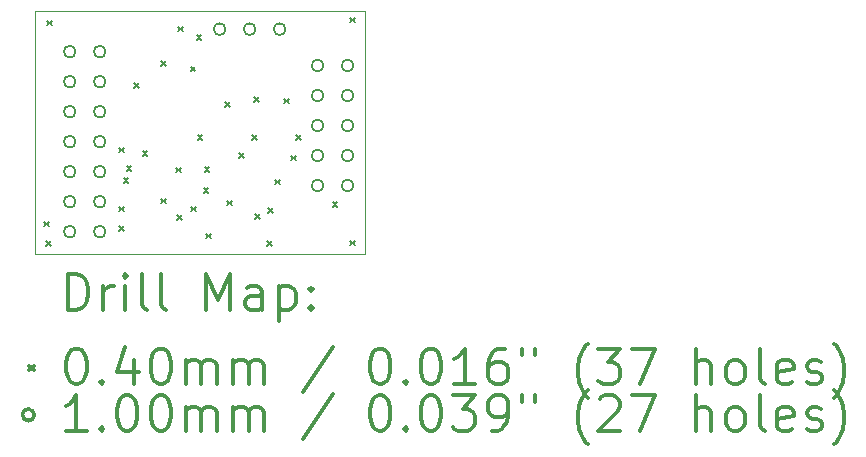
<source format=gbr>
%FSLAX45Y45*%
G04 Gerber Fmt 4.5, Leading zero omitted, Abs format (unit mm)*
G04 Created by KiCad (PCBNEW (5.1.6-0)) date 2022-11-03 10:15:43*
%MOMM*%
%LPD*%
G01*
G04 APERTURE LIST*
%TA.AperFunction,Profile*%
%ADD10C,0.100000*%
%TD*%
%ADD11C,0.200000*%
%ADD12C,0.300000*%
G04 APERTURE END LIST*
D10*
X14605000Y-9296400D02*
X14605000Y-11353800D01*
X11811000Y-9296400D02*
X14605000Y-9296400D01*
X11811000Y-11353800D02*
X11811000Y-9296400D01*
X14605000Y-11353800D02*
X11811000Y-11353800D01*
D11*
X11892600Y-11079800D02*
X11932600Y-11119800D01*
X11932600Y-11079800D02*
X11892600Y-11119800D01*
X11907840Y-11242360D02*
X11947840Y-11282360D01*
X11947840Y-11242360D02*
X11907840Y-11282360D01*
X11918000Y-9378000D02*
X11958000Y-9418000D01*
X11958000Y-9378000D02*
X11918000Y-9418000D01*
X12524320Y-10451680D02*
X12564320Y-10491680D01*
X12564320Y-10451680D02*
X12524320Y-10491680D01*
X12527600Y-10952800D02*
X12567600Y-10992800D01*
X12567600Y-10952800D02*
X12527600Y-10992800D01*
X12527600Y-11120440D02*
X12567600Y-11160440D01*
X12567600Y-11120440D02*
X12527600Y-11160440D01*
X12563160Y-10711500D02*
X12603160Y-10751500D01*
X12603160Y-10711500D02*
X12563160Y-10751500D01*
X12588560Y-10607360D02*
X12628560Y-10647360D01*
X12628560Y-10607360D02*
X12588560Y-10647360D01*
X12654600Y-9903780D02*
X12694600Y-9943780D01*
X12694600Y-9903780D02*
X12654600Y-9943780D01*
X12724825Y-10480003D02*
X12764825Y-10520003D01*
X12764825Y-10480003D02*
X12724825Y-10520003D01*
X12880000Y-9722500D02*
X12920000Y-9762500D01*
X12920000Y-9722500D02*
X12880000Y-9762500D01*
X12882000Y-10884681D02*
X12922000Y-10924681D01*
X12922000Y-10884681D02*
X12882000Y-10924681D01*
X13007660Y-10622600D02*
X13047660Y-10662600D01*
X13047660Y-10622600D02*
X13007660Y-10662600D01*
X13015000Y-11023640D02*
X13055000Y-11063640D01*
X13055000Y-11023640D02*
X13015000Y-11063640D01*
X13027406Y-9427594D02*
X13067406Y-9467594D01*
X13067406Y-9427594D02*
X13027406Y-9467594D01*
X13129580Y-9766620D02*
X13169580Y-9806620D01*
X13169580Y-9766620D02*
X13129580Y-9806620D01*
X13137200Y-10952800D02*
X13177200Y-10992800D01*
X13177200Y-10952800D02*
X13137200Y-10992800D01*
X13180000Y-9502500D02*
X13220000Y-9542500D01*
X13220000Y-9502500D02*
X13180000Y-9542500D01*
X13190540Y-10348280D02*
X13230540Y-10388280D01*
X13230540Y-10348280D02*
X13190540Y-10388280D01*
X13240000Y-10795000D02*
X13280000Y-10835000D01*
X13280000Y-10795000D02*
X13240000Y-10835000D01*
X13248960Y-10620060D02*
X13288960Y-10660060D01*
X13288960Y-10620060D02*
X13248960Y-10660060D01*
X13258979Y-11179995D02*
X13298979Y-11219995D01*
X13298979Y-11179995D02*
X13258979Y-11219995D01*
X13424220Y-10066340D02*
X13464220Y-10106340D01*
X13464220Y-10066340D02*
X13424220Y-10106340D01*
X13442000Y-10902000D02*
X13482000Y-10942000D01*
X13482000Y-10902000D02*
X13442000Y-10942000D01*
X13540000Y-10500000D02*
X13580000Y-10540000D01*
X13580000Y-10500000D02*
X13540000Y-10540000D01*
X13650280Y-10348280D02*
X13690280Y-10388280D01*
X13690280Y-10348280D02*
X13650280Y-10388280D01*
X13670000Y-10025000D02*
X13710000Y-10065000D01*
X13710000Y-10025000D02*
X13670000Y-10065000D01*
X13676950Y-11016300D02*
X13716950Y-11056300D01*
X13716950Y-11016300D02*
X13676950Y-11056300D01*
X13777280Y-11244900D02*
X13817280Y-11284900D01*
X13817280Y-11244900D02*
X13777280Y-11284900D01*
X13787440Y-10962960D02*
X13827440Y-11002960D01*
X13827440Y-10962960D02*
X13787440Y-11002960D01*
X13848400Y-10724200D02*
X13888400Y-10764200D01*
X13888400Y-10724200D02*
X13848400Y-10764200D01*
X13919520Y-10038400D02*
X13959520Y-10078400D01*
X13959520Y-10038400D02*
X13919520Y-10078400D01*
X13980000Y-10520000D02*
X14020000Y-10560000D01*
X14020000Y-10520000D02*
X13980000Y-10560000D01*
X14025000Y-10350000D02*
X14065000Y-10390000D01*
X14065000Y-10350000D02*
X14025000Y-10390000D01*
X14333540Y-10912160D02*
X14373540Y-10952160D01*
X14373540Y-10912160D02*
X14333540Y-10952160D01*
X14478320Y-11239820D02*
X14518320Y-11279820D01*
X14518320Y-11239820D02*
X14478320Y-11279820D01*
X14483400Y-9352600D02*
X14523400Y-9392600D01*
X14523400Y-9352600D02*
X14483400Y-9392600D01*
X13426000Y-9450000D02*
G75*
G03*
X13426000Y-9450000I-50000J0D01*
G01*
X13680000Y-9450000D02*
G75*
G03*
X13680000Y-9450000I-50000J0D01*
G01*
X13934000Y-9450000D02*
G75*
G03*
X13934000Y-9450000I-50000J0D01*
G01*
X14255000Y-9758000D02*
G75*
G03*
X14255000Y-9758000I-50000J0D01*
G01*
X14255000Y-10012000D02*
G75*
G03*
X14255000Y-10012000I-50000J0D01*
G01*
X14255000Y-10266000D02*
G75*
G03*
X14255000Y-10266000I-50000J0D01*
G01*
X14255000Y-10520000D02*
G75*
G03*
X14255000Y-10520000I-50000J0D01*
G01*
X14255000Y-10774000D02*
G75*
G03*
X14255000Y-10774000I-50000J0D01*
G01*
X14509000Y-9758000D02*
G75*
G03*
X14509000Y-9758000I-50000J0D01*
G01*
X14509000Y-10012000D02*
G75*
G03*
X14509000Y-10012000I-50000J0D01*
G01*
X14509000Y-10266000D02*
G75*
G03*
X14509000Y-10266000I-50000J0D01*
G01*
X14509000Y-10520000D02*
G75*
G03*
X14509000Y-10520000I-50000J0D01*
G01*
X14509000Y-10774000D02*
G75*
G03*
X14509000Y-10774000I-50000J0D01*
G01*
X12156000Y-9640000D02*
G75*
G03*
X12156000Y-9640000I-50000J0D01*
G01*
X12156000Y-9894000D02*
G75*
G03*
X12156000Y-9894000I-50000J0D01*
G01*
X12156000Y-10148000D02*
G75*
G03*
X12156000Y-10148000I-50000J0D01*
G01*
X12156000Y-10402000D02*
G75*
G03*
X12156000Y-10402000I-50000J0D01*
G01*
X12156000Y-10656000D02*
G75*
G03*
X12156000Y-10656000I-50000J0D01*
G01*
X12156000Y-10910000D02*
G75*
G03*
X12156000Y-10910000I-50000J0D01*
G01*
X12156000Y-11164000D02*
G75*
G03*
X12156000Y-11164000I-50000J0D01*
G01*
X12410000Y-9640000D02*
G75*
G03*
X12410000Y-9640000I-50000J0D01*
G01*
X12410000Y-9894000D02*
G75*
G03*
X12410000Y-9894000I-50000J0D01*
G01*
X12410000Y-10148000D02*
G75*
G03*
X12410000Y-10148000I-50000J0D01*
G01*
X12410000Y-10402000D02*
G75*
G03*
X12410000Y-10402000I-50000J0D01*
G01*
X12410000Y-10656000D02*
G75*
G03*
X12410000Y-10656000I-50000J0D01*
G01*
X12410000Y-10910000D02*
G75*
G03*
X12410000Y-10910000I-50000J0D01*
G01*
X12410000Y-11164000D02*
G75*
G03*
X12410000Y-11164000I-50000J0D01*
G01*
D12*
X12092428Y-11824514D02*
X12092428Y-11524514D01*
X12163857Y-11524514D01*
X12206714Y-11538800D01*
X12235286Y-11567371D01*
X12249571Y-11595943D01*
X12263857Y-11653086D01*
X12263857Y-11695943D01*
X12249571Y-11753086D01*
X12235286Y-11781657D01*
X12206714Y-11810229D01*
X12163857Y-11824514D01*
X12092428Y-11824514D01*
X12392428Y-11824514D02*
X12392428Y-11624514D01*
X12392428Y-11681657D02*
X12406714Y-11653086D01*
X12421000Y-11638800D01*
X12449571Y-11624514D01*
X12478143Y-11624514D01*
X12578143Y-11824514D02*
X12578143Y-11624514D01*
X12578143Y-11524514D02*
X12563857Y-11538800D01*
X12578143Y-11553086D01*
X12592428Y-11538800D01*
X12578143Y-11524514D01*
X12578143Y-11553086D01*
X12763857Y-11824514D02*
X12735286Y-11810229D01*
X12721000Y-11781657D01*
X12721000Y-11524514D01*
X12921000Y-11824514D02*
X12892428Y-11810229D01*
X12878143Y-11781657D01*
X12878143Y-11524514D01*
X13263857Y-11824514D02*
X13263857Y-11524514D01*
X13363857Y-11738800D01*
X13463857Y-11524514D01*
X13463857Y-11824514D01*
X13735286Y-11824514D02*
X13735286Y-11667371D01*
X13721000Y-11638800D01*
X13692428Y-11624514D01*
X13635286Y-11624514D01*
X13606714Y-11638800D01*
X13735286Y-11810229D02*
X13706714Y-11824514D01*
X13635286Y-11824514D01*
X13606714Y-11810229D01*
X13592428Y-11781657D01*
X13592428Y-11753086D01*
X13606714Y-11724514D01*
X13635286Y-11710229D01*
X13706714Y-11710229D01*
X13735286Y-11695943D01*
X13878143Y-11624514D02*
X13878143Y-11924514D01*
X13878143Y-11638800D02*
X13906714Y-11624514D01*
X13963857Y-11624514D01*
X13992428Y-11638800D01*
X14006714Y-11653086D01*
X14021000Y-11681657D01*
X14021000Y-11767371D01*
X14006714Y-11795943D01*
X13992428Y-11810229D01*
X13963857Y-11824514D01*
X13906714Y-11824514D01*
X13878143Y-11810229D01*
X14149571Y-11795943D02*
X14163857Y-11810229D01*
X14149571Y-11824514D01*
X14135286Y-11810229D01*
X14149571Y-11795943D01*
X14149571Y-11824514D01*
X14149571Y-11638800D02*
X14163857Y-11653086D01*
X14149571Y-11667371D01*
X14135286Y-11653086D01*
X14149571Y-11638800D01*
X14149571Y-11667371D01*
X11766000Y-12298800D02*
X11806000Y-12338800D01*
X11806000Y-12298800D02*
X11766000Y-12338800D01*
X12149571Y-12154514D02*
X12178143Y-12154514D01*
X12206714Y-12168800D01*
X12221000Y-12183086D01*
X12235286Y-12211657D01*
X12249571Y-12268800D01*
X12249571Y-12340229D01*
X12235286Y-12397371D01*
X12221000Y-12425943D01*
X12206714Y-12440229D01*
X12178143Y-12454514D01*
X12149571Y-12454514D01*
X12121000Y-12440229D01*
X12106714Y-12425943D01*
X12092428Y-12397371D01*
X12078143Y-12340229D01*
X12078143Y-12268800D01*
X12092428Y-12211657D01*
X12106714Y-12183086D01*
X12121000Y-12168800D01*
X12149571Y-12154514D01*
X12378143Y-12425943D02*
X12392428Y-12440229D01*
X12378143Y-12454514D01*
X12363857Y-12440229D01*
X12378143Y-12425943D01*
X12378143Y-12454514D01*
X12649571Y-12254514D02*
X12649571Y-12454514D01*
X12578143Y-12140229D02*
X12506714Y-12354514D01*
X12692428Y-12354514D01*
X12863857Y-12154514D02*
X12892428Y-12154514D01*
X12921000Y-12168800D01*
X12935286Y-12183086D01*
X12949571Y-12211657D01*
X12963857Y-12268800D01*
X12963857Y-12340229D01*
X12949571Y-12397371D01*
X12935286Y-12425943D01*
X12921000Y-12440229D01*
X12892428Y-12454514D01*
X12863857Y-12454514D01*
X12835286Y-12440229D01*
X12821000Y-12425943D01*
X12806714Y-12397371D01*
X12792428Y-12340229D01*
X12792428Y-12268800D01*
X12806714Y-12211657D01*
X12821000Y-12183086D01*
X12835286Y-12168800D01*
X12863857Y-12154514D01*
X13092428Y-12454514D02*
X13092428Y-12254514D01*
X13092428Y-12283086D02*
X13106714Y-12268800D01*
X13135286Y-12254514D01*
X13178143Y-12254514D01*
X13206714Y-12268800D01*
X13221000Y-12297371D01*
X13221000Y-12454514D01*
X13221000Y-12297371D02*
X13235286Y-12268800D01*
X13263857Y-12254514D01*
X13306714Y-12254514D01*
X13335286Y-12268800D01*
X13349571Y-12297371D01*
X13349571Y-12454514D01*
X13492428Y-12454514D02*
X13492428Y-12254514D01*
X13492428Y-12283086D02*
X13506714Y-12268800D01*
X13535286Y-12254514D01*
X13578143Y-12254514D01*
X13606714Y-12268800D01*
X13621000Y-12297371D01*
X13621000Y-12454514D01*
X13621000Y-12297371D02*
X13635286Y-12268800D01*
X13663857Y-12254514D01*
X13706714Y-12254514D01*
X13735286Y-12268800D01*
X13749571Y-12297371D01*
X13749571Y-12454514D01*
X14335286Y-12140229D02*
X14078143Y-12525943D01*
X14721000Y-12154514D02*
X14749571Y-12154514D01*
X14778143Y-12168800D01*
X14792428Y-12183086D01*
X14806714Y-12211657D01*
X14821000Y-12268800D01*
X14821000Y-12340229D01*
X14806714Y-12397371D01*
X14792428Y-12425943D01*
X14778143Y-12440229D01*
X14749571Y-12454514D01*
X14721000Y-12454514D01*
X14692428Y-12440229D01*
X14678143Y-12425943D01*
X14663857Y-12397371D01*
X14649571Y-12340229D01*
X14649571Y-12268800D01*
X14663857Y-12211657D01*
X14678143Y-12183086D01*
X14692428Y-12168800D01*
X14721000Y-12154514D01*
X14949571Y-12425943D02*
X14963857Y-12440229D01*
X14949571Y-12454514D01*
X14935286Y-12440229D01*
X14949571Y-12425943D01*
X14949571Y-12454514D01*
X15149571Y-12154514D02*
X15178143Y-12154514D01*
X15206714Y-12168800D01*
X15221000Y-12183086D01*
X15235286Y-12211657D01*
X15249571Y-12268800D01*
X15249571Y-12340229D01*
X15235286Y-12397371D01*
X15221000Y-12425943D01*
X15206714Y-12440229D01*
X15178143Y-12454514D01*
X15149571Y-12454514D01*
X15121000Y-12440229D01*
X15106714Y-12425943D01*
X15092428Y-12397371D01*
X15078143Y-12340229D01*
X15078143Y-12268800D01*
X15092428Y-12211657D01*
X15106714Y-12183086D01*
X15121000Y-12168800D01*
X15149571Y-12154514D01*
X15535286Y-12454514D02*
X15363857Y-12454514D01*
X15449571Y-12454514D02*
X15449571Y-12154514D01*
X15421000Y-12197371D01*
X15392428Y-12225943D01*
X15363857Y-12240229D01*
X15792428Y-12154514D02*
X15735286Y-12154514D01*
X15706714Y-12168800D01*
X15692428Y-12183086D01*
X15663857Y-12225943D01*
X15649571Y-12283086D01*
X15649571Y-12397371D01*
X15663857Y-12425943D01*
X15678143Y-12440229D01*
X15706714Y-12454514D01*
X15763857Y-12454514D01*
X15792428Y-12440229D01*
X15806714Y-12425943D01*
X15821000Y-12397371D01*
X15821000Y-12325943D01*
X15806714Y-12297371D01*
X15792428Y-12283086D01*
X15763857Y-12268800D01*
X15706714Y-12268800D01*
X15678143Y-12283086D01*
X15663857Y-12297371D01*
X15649571Y-12325943D01*
X15935286Y-12154514D02*
X15935286Y-12211657D01*
X16049571Y-12154514D02*
X16049571Y-12211657D01*
X16492428Y-12568800D02*
X16478143Y-12554514D01*
X16449571Y-12511657D01*
X16435286Y-12483086D01*
X16421000Y-12440229D01*
X16406714Y-12368800D01*
X16406714Y-12311657D01*
X16421000Y-12240229D01*
X16435286Y-12197371D01*
X16449571Y-12168800D01*
X16478143Y-12125943D01*
X16492428Y-12111657D01*
X16578143Y-12154514D02*
X16763857Y-12154514D01*
X16663857Y-12268800D01*
X16706714Y-12268800D01*
X16735286Y-12283086D01*
X16749571Y-12297371D01*
X16763857Y-12325943D01*
X16763857Y-12397371D01*
X16749571Y-12425943D01*
X16735286Y-12440229D01*
X16706714Y-12454514D01*
X16621000Y-12454514D01*
X16592428Y-12440229D01*
X16578143Y-12425943D01*
X16863857Y-12154514D02*
X17063857Y-12154514D01*
X16935286Y-12454514D01*
X17406714Y-12454514D02*
X17406714Y-12154514D01*
X17535286Y-12454514D02*
X17535286Y-12297371D01*
X17521000Y-12268800D01*
X17492428Y-12254514D01*
X17449571Y-12254514D01*
X17421000Y-12268800D01*
X17406714Y-12283086D01*
X17721000Y-12454514D02*
X17692428Y-12440229D01*
X17678143Y-12425943D01*
X17663857Y-12397371D01*
X17663857Y-12311657D01*
X17678143Y-12283086D01*
X17692428Y-12268800D01*
X17721000Y-12254514D01*
X17763857Y-12254514D01*
X17792428Y-12268800D01*
X17806714Y-12283086D01*
X17821000Y-12311657D01*
X17821000Y-12397371D01*
X17806714Y-12425943D01*
X17792428Y-12440229D01*
X17763857Y-12454514D01*
X17721000Y-12454514D01*
X17992428Y-12454514D02*
X17963857Y-12440229D01*
X17949571Y-12411657D01*
X17949571Y-12154514D01*
X18221000Y-12440229D02*
X18192428Y-12454514D01*
X18135286Y-12454514D01*
X18106714Y-12440229D01*
X18092428Y-12411657D01*
X18092428Y-12297371D01*
X18106714Y-12268800D01*
X18135286Y-12254514D01*
X18192428Y-12254514D01*
X18221000Y-12268800D01*
X18235286Y-12297371D01*
X18235286Y-12325943D01*
X18092428Y-12354514D01*
X18349571Y-12440229D02*
X18378143Y-12454514D01*
X18435286Y-12454514D01*
X18463857Y-12440229D01*
X18478143Y-12411657D01*
X18478143Y-12397371D01*
X18463857Y-12368800D01*
X18435286Y-12354514D01*
X18392428Y-12354514D01*
X18363857Y-12340229D01*
X18349571Y-12311657D01*
X18349571Y-12297371D01*
X18363857Y-12268800D01*
X18392428Y-12254514D01*
X18435286Y-12254514D01*
X18463857Y-12268800D01*
X18578143Y-12568800D02*
X18592428Y-12554514D01*
X18621000Y-12511657D01*
X18635286Y-12483086D01*
X18649571Y-12440229D01*
X18663857Y-12368800D01*
X18663857Y-12311657D01*
X18649571Y-12240229D01*
X18635286Y-12197371D01*
X18621000Y-12168800D01*
X18592428Y-12125943D01*
X18578143Y-12111657D01*
X11806000Y-12714800D02*
G75*
G03*
X11806000Y-12714800I-50000J0D01*
G01*
X12249571Y-12850514D02*
X12078143Y-12850514D01*
X12163857Y-12850514D02*
X12163857Y-12550514D01*
X12135286Y-12593371D01*
X12106714Y-12621943D01*
X12078143Y-12636229D01*
X12378143Y-12821943D02*
X12392428Y-12836229D01*
X12378143Y-12850514D01*
X12363857Y-12836229D01*
X12378143Y-12821943D01*
X12378143Y-12850514D01*
X12578143Y-12550514D02*
X12606714Y-12550514D01*
X12635286Y-12564800D01*
X12649571Y-12579086D01*
X12663857Y-12607657D01*
X12678143Y-12664800D01*
X12678143Y-12736229D01*
X12663857Y-12793371D01*
X12649571Y-12821943D01*
X12635286Y-12836229D01*
X12606714Y-12850514D01*
X12578143Y-12850514D01*
X12549571Y-12836229D01*
X12535286Y-12821943D01*
X12521000Y-12793371D01*
X12506714Y-12736229D01*
X12506714Y-12664800D01*
X12521000Y-12607657D01*
X12535286Y-12579086D01*
X12549571Y-12564800D01*
X12578143Y-12550514D01*
X12863857Y-12550514D02*
X12892428Y-12550514D01*
X12921000Y-12564800D01*
X12935286Y-12579086D01*
X12949571Y-12607657D01*
X12963857Y-12664800D01*
X12963857Y-12736229D01*
X12949571Y-12793371D01*
X12935286Y-12821943D01*
X12921000Y-12836229D01*
X12892428Y-12850514D01*
X12863857Y-12850514D01*
X12835286Y-12836229D01*
X12821000Y-12821943D01*
X12806714Y-12793371D01*
X12792428Y-12736229D01*
X12792428Y-12664800D01*
X12806714Y-12607657D01*
X12821000Y-12579086D01*
X12835286Y-12564800D01*
X12863857Y-12550514D01*
X13092428Y-12850514D02*
X13092428Y-12650514D01*
X13092428Y-12679086D02*
X13106714Y-12664800D01*
X13135286Y-12650514D01*
X13178143Y-12650514D01*
X13206714Y-12664800D01*
X13221000Y-12693371D01*
X13221000Y-12850514D01*
X13221000Y-12693371D02*
X13235286Y-12664800D01*
X13263857Y-12650514D01*
X13306714Y-12650514D01*
X13335286Y-12664800D01*
X13349571Y-12693371D01*
X13349571Y-12850514D01*
X13492428Y-12850514D02*
X13492428Y-12650514D01*
X13492428Y-12679086D02*
X13506714Y-12664800D01*
X13535286Y-12650514D01*
X13578143Y-12650514D01*
X13606714Y-12664800D01*
X13621000Y-12693371D01*
X13621000Y-12850514D01*
X13621000Y-12693371D02*
X13635286Y-12664800D01*
X13663857Y-12650514D01*
X13706714Y-12650514D01*
X13735286Y-12664800D01*
X13749571Y-12693371D01*
X13749571Y-12850514D01*
X14335286Y-12536229D02*
X14078143Y-12921943D01*
X14721000Y-12550514D02*
X14749571Y-12550514D01*
X14778143Y-12564800D01*
X14792428Y-12579086D01*
X14806714Y-12607657D01*
X14821000Y-12664800D01*
X14821000Y-12736229D01*
X14806714Y-12793371D01*
X14792428Y-12821943D01*
X14778143Y-12836229D01*
X14749571Y-12850514D01*
X14721000Y-12850514D01*
X14692428Y-12836229D01*
X14678143Y-12821943D01*
X14663857Y-12793371D01*
X14649571Y-12736229D01*
X14649571Y-12664800D01*
X14663857Y-12607657D01*
X14678143Y-12579086D01*
X14692428Y-12564800D01*
X14721000Y-12550514D01*
X14949571Y-12821943D02*
X14963857Y-12836229D01*
X14949571Y-12850514D01*
X14935286Y-12836229D01*
X14949571Y-12821943D01*
X14949571Y-12850514D01*
X15149571Y-12550514D02*
X15178143Y-12550514D01*
X15206714Y-12564800D01*
X15221000Y-12579086D01*
X15235286Y-12607657D01*
X15249571Y-12664800D01*
X15249571Y-12736229D01*
X15235286Y-12793371D01*
X15221000Y-12821943D01*
X15206714Y-12836229D01*
X15178143Y-12850514D01*
X15149571Y-12850514D01*
X15121000Y-12836229D01*
X15106714Y-12821943D01*
X15092428Y-12793371D01*
X15078143Y-12736229D01*
X15078143Y-12664800D01*
X15092428Y-12607657D01*
X15106714Y-12579086D01*
X15121000Y-12564800D01*
X15149571Y-12550514D01*
X15349571Y-12550514D02*
X15535286Y-12550514D01*
X15435286Y-12664800D01*
X15478143Y-12664800D01*
X15506714Y-12679086D01*
X15521000Y-12693371D01*
X15535286Y-12721943D01*
X15535286Y-12793371D01*
X15521000Y-12821943D01*
X15506714Y-12836229D01*
X15478143Y-12850514D01*
X15392428Y-12850514D01*
X15363857Y-12836229D01*
X15349571Y-12821943D01*
X15678143Y-12850514D02*
X15735286Y-12850514D01*
X15763857Y-12836229D01*
X15778143Y-12821943D01*
X15806714Y-12779086D01*
X15821000Y-12721943D01*
X15821000Y-12607657D01*
X15806714Y-12579086D01*
X15792428Y-12564800D01*
X15763857Y-12550514D01*
X15706714Y-12550514D01*
X15678143Y-12564800D01*
X15663857Y-12579086D01*
X15649571Y-12607657D01*
X15649571Y-12679086D01*
X15663857Y-12707657D01*
X15678143Y-12721943D01*
X15706714Y-12736229D01*
X15763857Y-12736229D01*
X15792428Y-12721943D01*
X15806714Y-12707657D01*
X15821000Y-12679086D01*
X15935286Y-12550514D02*
X15935286Y-12607657D01*
X16049571Y-12550514D02*
X16049571Y-12607657D01*
X16492428Y-12964800D02*
X16478143Y-12950514D01*
X16449571Y-12907657D01*
X16435286Y-12879086D01*
X16421000Y-12836229D01*
X16406714Y-12764800D01*
X16406714Y-12707657D01*
X16421000Y-12636229D01*
X16435286Y-12593371D01*
X16449571Y-12564800D01*
X16478143Y-12521943D01*
X16492428Y-12507657D01*
X16592428Y-12579086D02*
X16606714Y-12564800D01*
X16635286Y-12550514D01*
X16706714Y-12550514D01*
X16735286Y-12564800D01*
X16749571Y-12579086D01*
X16763857Y-12607657D01*
X16763857Y-12636229D01*
X16749571Y-12679086D01*
X16578143Y-12850514D01*
X16763857Y-12850514D01*
X16863857Y-12550514D02*
X17063857Y-12550514D01*
X16935286Y-12850514D01*
X17406714Y-12850514D02*
X17406714Y-12550514D01*
X17535286Y-12850514D02*
X17535286Y-12693371D01*
X17521000Y-12664800D01*
X17492428Y-12650514D01*
X17449571Y-12650514D01*
X17421000Y-12664800D01*
X17406714Y-12679086D01*
X17721000Y-12850514D02*
X17692428Y-12836229D01*
X17678143Y-12821943D01*
X17663857Y-12793371D01*
X17663857Y-12707657D01*
X17678143Y-12679086D01*
X17692428Y-12664800D01*
X17721000Y-12650514D01*
X17763857Y-12650514D01*
X17792428Y-12664800D01*
X17806714Y-12679086D01*
X17821000Y-12707657D01*
X17821000Y-12793371D01*
X17806714Y-12821943D01*
X17792428Y-12836229D01*
X17763857Y-12850514D01*
X17721000Y-12850514D01*
X17992428Y-12850514D02*
X17963857Y-12836229D01*
X17949571Y-12807657D01*
X17949571Y-12550514D01*
X18221000Y-12836229D02*
X18192428Y-12850514D01*
X18135286Y-12850514D01*
X18106714Y-12836229D01*
X18092428Y-12807657D01*
X18092428Y-12693371D01*
X18106714Y-12664800D01*
X18135286Y-12650514D01*
X18192428Y-12650514D01*
X18221000Y-12664800D01*
X18235286Y-12693371D01*
X18235286Y-12721943D01*
X18092428Y-12750514D01*
X18349571Y-12836229D02*
X18378143Y-12850514D01*
X18435286Y-12850514D01*
X18463857Y-12836229D01*
X18478143Y-12807657D01*
X18478143Y-12793371D01*
X18463857Y-12764800D01*
X18435286Y-12750514D01*
X18392428Y-12750514D01*
X18363857Y-12736229D01*
X18349571Y-12707657D01*
X18349571Y-12693371D01*
X18363857Y-12664800D01*
X18392428Y-12650514D01*
X18435286Y-12650514D01*
X18463857Y-12664800D01*
X18578143Y-12964800D02*
X18592428Y-12950514D01*
X18621000Y-12907657D01*
X18635286Y-12879086D01*
X18649571Y-12836229D01*
X18663857Y-12764800D01*
X18663857Y-12707657D01*
X18649571Y-12636229D01*
X18635286Y-12593371D01*
X18621000Y-12564800D01*
X18592428Y-12521943D01*
X18578143Y-12507657D01*
M02*

</source>
